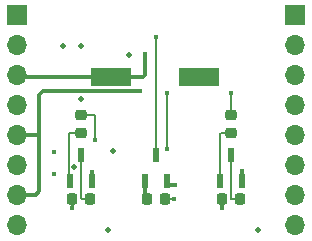
<source format=gtl>
G04 #@! TF.GenerationSoftware,KiCad,Pcbnew,9.0.0*
G04 #@! TF.CreationDate,2025-04-06T21:13:15-04:00*
G04 #@! TF.ProjectId,MiniCamel_riser,4d696e69-4361-46d6-956c-5f7269736572,2.1*
G04 #@! TF.SameCoordinates,PX16e3600PY6052340*
G04 #@! TF.FileFunction,Copper,L1,Top*
G04 #@! TF.FilePolarity,Positive*
%FSLAX46Y46*%
G04 Gerber Fmt 4.6, Leading zero omitted, Abs format (unit mm)*
G04 Created by KiCad (PCBNEW 9.0.0) date 2025-04-06 21:13:15*
%MOMM*%
%LPD*%
G01*
G04 APERTURE LIST*
G04 Aperture macros list*
%AMRoundRect*
0 Rectangle with rounded corners*
0 $1 Rounding radius*
0 $2 $3 $4 $5 $6 $7 $8 $9 X,Y pos of 4 corners*
0 Add a 4 corners polygon primitive as box body*
4,1,4,$2,$3,$4,$5,$6,$7,$8,$9,$2,$3,0*
0 Add four circle primitives for the rounded corners*
1,1,$1+$1,$2,$3*
1,1,$1+$1,$4,$5*
1,1,$1+$1,$6,$7*
1,1,$1+$1,$8,$9*
0 Add four rect primitives between the rounded corners*
20,1,$1+$1,$2,$3,$4,$5,0*
20,1,$1+$1,$4,$5,$6,$7,0*
20,1,$1+$1,$6,$7,$8,$9,0*
20,1,$1+$1,$8,$9,$2,$3,0*%
G04 Aperture macros list end*
G04 #@! TA.AperFunction,ComponentPad*
%ADD10R,1.700000X1.700000*%
G04 #@! TD*
G04 #@! TA.AperFunction,ComponentPad*
%ADD11O,1.700000X1.700000*%
G04 #@! TD*
G04 #@! TA.AperFunction,SMDPad,CuDef*
%ADD12RoundRect,0.225000X0.225000X0.250000X-0.225000X0.250000X-0.225000X-0.250000X0.225000X-0.250000X0*%
G04 #@! TD*
G04 #@! TA.AperFunction,SMDPad,CuDef*
%ADD13RoundRect,0.225000X-0.250000X0.225000X-0.250000X-0.225000X0.250000X-0.225000X0.250000X0.225000X0*%
G04 #@! TD*
G04 #@! TA.AperFunction,SMDPad,CuDef*
%ADD14R,3.460000X1.600000*%
G04 #@! TD*
G04 #@! TA.AperFunction,SMDPad,CuDef*
%ADD15R,3.460000X1.610000*%
G04 #@! TD*
G04 #@! TA.AperFunction,SMDPad,CuDef*
%ADD16R,0.600000X1.200000*%
G04 #@! TD*
G04 #@! TA.AperFunction,ViaPad*
%ADD17C,0.460000*%
G04 #@! TD*
G04 #@! TA.AperFunction,ViaPad*
%ADD18C,0.450000*%
G04 #@! TD*
G04 #@! TA.AperFunction,Conductor*
%ADD19C,0.200000*%
G04 #@! TD*
G04 #@! TA.AperFunction,Conductor*
%ADD20C,0.180000*%
G04 #@! TD*
G04 #@! TA.AperFunction,Conductor*
%ADD21C,0.250000*%
G04 #@! TD*
G04 #@! TA.AperFunction,Conductor*
%ADD22C,0.300000*%
G04 #@! TD*
G04 #@! TA.AperFunction,Conductor*
%ADD23C,0.360000*%
G04 #@! TD*
G04 #@! TA.AperFunction,Conductor*
%ADD24C,0.500000*%
G04 #@! TD*
G04 #@! TA.AperFunction,Conductor*
%ADD25C,0.127000*%
G04 #@! TD*
G04 APERTURE END LIST*
D10*
X38790000Y12360000D03*
D11*
X38790000Y9820000D03*
X38790000Y7280000D03*
X38790000Y4740000D03*
X38790000Y2200000D03*
X38790000Y-340000D03*
X38790000Y-2880000D03*
X38790000Y-5420000D03*
D10*
X62250000Y12360000D03*
D11*
X62250000Y9820000D03*
X62250000Y7280000D03*
X62250000Y4740000D03*
X62250000Y2200000D03*
X62250000Y-340000D03*
X62250000Y-2880000D03*
X62250000Y-5420000D03*
D12*
X44935000Y-3241843D03*
X43385000Y-3241843D03*
D13*
X44160000Y3950000D03*
X44160000Y2400000D03*
D14*
X46713511Y7160000D03*
D15*
X54173511Y7165000D03*
D12*
X57635000Y-3241843D03*
X56085000Y-3241843D03*
D13*
X56860000Y3950000D03*
X56860000Y2400000D03*
D12*
X51285000Y-3241843D03*
X49735000Y-3241843D03*
D16*
X49560000Y-1660000D03*
X51460000Y-1660000D03*
X50510000Y540000D03*
X43210000Y-1652832D03*
X45110000Y-1652832D03*
X44160000Y547168D03*
X55910000Y-1667168D03*
X57810000Y-1667168D03*
X56860000Y532832D03*
D17*
X46910000Y860000D03*
X59120000Y-5790000D03*
X46430000Y-5790000D03*
X42650000Y9790000D03*
X43587500Y-482500D03*
X44195000Y5280000D03*
X48237044Y8995000D03*
X44180000Y9790000D03*
D18*
X41870000Y815000D03*
X41890000Y-1080000D03*
X45110000Y-890000D03*
X57810000Y-837168D03*
X52110000Y-2000000D03*
X49570000Y9080000D03*
X54173511Y7165000D03*
X43385000Y-3960000D03*
X56085000Y-3967956D03*
X50520000Y10545000D03*
X52040000Y-3240000D03*
X51420000Y5780000D03*
X51420000Y1060000D03*
X56860000Y5780000D03*
X45380000Y1810000D03*
X49170000Y5930000D03*
D19*
X45380000Y1810000D02*
X45380000Y3860000D01*
X45290000Y3950000D02*
X44160000Y3950000D01*
X45380000Y3860000D02*
X45290000Y3950000D01*
D20*
X43210000Y-1652832D02*
X43120000Y-1562832D01*
X43120000Y-1562832D02*
X43120000Y2360000D01*
X43120000Y2360000D02*
X43160000Y2400000D01*
X43160000Y2400000D02*
X44090000Y2400000D01*
D21*
X43385000Y-3960000D02*
X43385000Y-3241843D01*
D22*
X56085000Y-3967956D02*
X56085000Y-3291843D01*
D20*
X44160000Y547168D02*
X44160000Y-3140000D01*
X44261843Y-3241843D02*
X44985000Y-3241843D01*
X44160000Y-3140000D02*
X44261843Y-3241843D01*
X56860000Y532832D02*
X56860000Y-3160000D01*
X56860000Y-3160000D02*
X56941843Y-3241843D01*
X56941843Y-3241843D02*
X57685000Y-3241843D01*
D19*
X56860000Y5780000D02*
X56860000Y3950000D01*
D20*
X55910000Y1840000D02*
X55910000Y2310000D01*
X55910000Y2310000D02*
X56000000Y2400000D01*
X56000000Y2400000D02*
X56860000Y2400000D01*
D22*
X51460000Y-2000000D02*
X51460000Y-1660000D01*
X52110000Y-2000000D02*
X51460000Y-2000000D01*
D23*
X45110000Y-1652832D02*
X45110000Y-890000D01*
D24*
X38920000Y12230000D02*
X38790000Y12360000D01*
D23*
X57810000Y-837168D02*
X57810000Y-1667168D01*
X46713511Y7160000D02*
X38910000Y7160000D01*
X49570000Y9080000D02*
X49570000Y7290000D01*
X49440000Y7160000D02*
X46713511Y7160000D01*
X38910000Y7160000D02*
X38790000Y7280000D01*
X49570000Y7290000D02*
X49440000Y7160000D01*
D25*
X49685000Y-3241843D02*
X49560000Y-3116843D01*
D23*
X49560000Y-3116843D02*
X49560000Y-1660000D01*
D25*
X50510000Y540000D02*
X50620000Y650000D01*
D19*
X50520000Y650000D02*
X50520000Y10545000D01*
D20*
X55910000Y-1667168D02*
X55910000Y1840000D01*
D25*
X51285000Y-3241843D02*
X52038157Y-3241843D01*
X52038157Y-3241843D02*
X52040000Y-3240000D01*
D19*
X51420000Y1060000D02*
X51420000Y5780000D01*
D20*
X44818577Y-3241843D02*
X44795000Y-3218266D01*
D22*
X40990000Y5930000D02*
X40640000Y5580000D01*
X40640000Y-2560000D02*
X40640000Y2200000D01*
X38790000Y-2880000D02*
X40320000Y-2880000D01*
X40640000Y5580000D02*
X40640000Y2200000D01*
X49170000Y5930000D02*
X40990000Y5930000D01*
X40640000Y2200000D02*
X38790000Y2200000D01*
X40320000Y-2880000D02*
X40640000Y-2560000D01*
M02*

</source>
